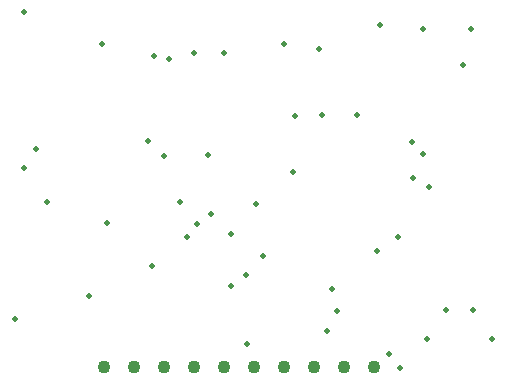
<source format=gbr>
%TF.GenerationSoftware,Novarm,DipTrace,3.0.0.2*%
%TF.CreationDate,2017-04-09T13:10:24+02:00*%
%FSLAX26Y26*%
%MOIN*%
%TF.FileFunction,Plated,1,2,PTH,Drill*%
%TF.Part,Single*%
%TA.AperFunction,ViaDrill*%
%ADD42C,0.019*%
%TA.AperFunction,ComponentDrill*%
%ADD43C,0.043307*%
G75*
G01*
D43*
X769016Y531516D3*
X869016D3*
X969016D3*
X1069016D3*
X1169016D3*
X1269016D3*
X1369016D3*
X1469016D3*
X1569016D3*
X1669016D3*
D42*
X1488327Y1591575D3*
X503799Y1197165D3*
Y1717539D3*
X1021909Y1081417D3*
X781516Y1014134D3*
X581516Y1081516D3*
X1275827Y1074646D3*
X1401496Y1182382D3*
X1968307Y1540673D3*
X969016Y1237717D3*
X985472Y1560472D3*
X1069016Y1579075D3*
X1370000Y1610886D3*
X1756614Y527807D3*
X1496299Y1372087D3*
X1613819D3*
X1800984Y1162559D3*
X1047362Y967051D3*
X935945Y1569016D3*
X1405256Y1367756D3*
X542740Y1259764D3*
X1194016Y977087D3*
X1299492Y902756D3*
X1909331Y721791D3*
X1998937D3*
X1244016Y838189D3*
X1751220Y966634D3*
X1833429Y1242165D3*
Y1658744D3*
X1994366D3*
X2064724Y624890D3*
X1845157D3*
X1125433Y1044016D3*
X1851972Y1131929D3*
X1798071Y1281516D3*
X763130Y1608110D3*
X473169Y691752D3*
X1531516Y794016D3*
X1689980Y1671260D3*
X1545689Y719016D3*
X1719213Y574890D3*
X719016Y768819D3*
X931516Y868917D3*
X1514291Y652087D3*
X1081217Y1008657D3*
X1116890Y1238819D3*
X1681319Y919016D3*
X1245315Y610728D3*
X915862Y1287244D3*
X1194016Y803189D3*
X1169016Y1579075D3*
M02*

</source>
